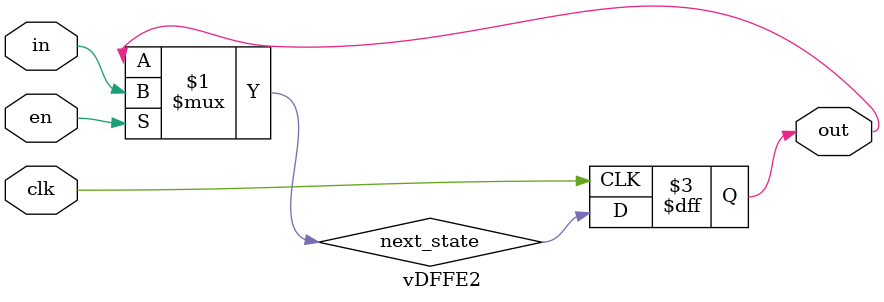
<source format=sv>
module datapath(clk, readnum, vsel, loada, loadb, shift, asel, bsel, ALUop, loadc, loads,
 	writenum, write, mdata, sximm8, sximm5, PC, C, N, V, Z );

	input write, loada, loadb, asel, bsel, loadc, loads, clk;
	input [1:0] vsel;
	input [2:0] readnum, writenum;
	input [1:0] shift, ALUop;

	input [15:0] mdata;
	input [15:0] sximm8; //sign extended 8 bit
	input [7:0] PC;
	input [15:0] sximm5; //sign extended 5 bit
	output [15:0] C; //initializes the inputs and outputs
	output reg N,V,Z; //all of the flags in the status register
	
	reg [15:0] data_in;
	wire [15:0] data_out;

	reg oppsign; //two signals used for overflow detection in the CMP operation
	reg diff;

	wire [15:0] regA;
	wire [15:0] in;
	wire [15:0] sout;
	wire [15:0] Ain;
	wire [15:0] Bin;
	wire Z_in;
	wire [15:0] out;  //internal signals

	always_comb begin

		case(vsel) //updated multiplexer for the extra inputs 
			2'b00 : data_in = C;
 			2'b01 : data_in = {8'b00000000,PC};
			2'b10 : data_in = sximm8;
			2'b11 : data_in = mdata;
			default : data_in = 16'bxxxxxxxxxxxxxxxx;
		endcase
	end
	
	regfile REGFILE(data_in,writenum,write,readnum,clk,data_out); //initializing regfile module

	vDFFE1 #(16) A(clk,loada,data_out,regA); //initializes register for A input to ALU

	vDFFE1 #(16) B(clk,loadb,data_out,in);   //initializes register for B input to ALU

	shifter U1(in,shift,sout); //initializes shifter module

	assign Ain = asel ? {16{1'b0}} : regA; //multiplexer for A

	assign Bin = bsel ? sximm5 : sout; //multiplexer for B

	ALU U2(Ain,Bin,ALUop,out,Zin); //the arithmetic Unit

	vDFFE1 #(16) D(clk,loadc,out,C); //register for output

	vDFFE2 status(clk,loads,Zin,Z); //register for Z
	
always @(posedge clk) begin
	if(ALUop == 2'b01 & loads == 1) begin    //if the ALU is in the CMP instruction
		if(out[15] == 1'b1) begin
			N = 1'b1;		//if the ouptut is signed negative, then the N flag is set
		end 
		else begin
			N = 1'b0;		//else the N flag is set to 0
		end 	

		if(Ain[15] != Bin[15])begin 	//in CMP instruction checks for overflow during subtraction, starting by if the two inputs are opposite sign
			oppsign = 1'b1;
    		end else begin
			oppsign = 1'b0;		//else overflow is not possible
		end
		if(out[15] == Bin[15])begin 	//checks if the output and first operand are different signs
			diff = 1'b1;
    		end else begin
			diff = 1'b0;
		end
		
		if(oppsign && diff)begin //if both of those conditiosn are true, then sets the overflow flag
			V = 1'b1;
    		end else begin		//if either of these conditions are not true, overflow could not occur
			V = 1'b0;
		end
	end
end
endmodule


module vDFFE1(clk, en, in, out); //module for register with load enable
	
	parameter n = 1;
	input clk, en;
	input [n-1:0] in;
	output reg [n-1:0] out;
	wire [n-1:0] next_state;

	assign next_state = en ? in : out;

	always @(posedge clk)
		out = next_state;

endmodule

module vDFFE2(clk, en, in, out); //module for register with load enable
	
	parameter n = 1;
	input clk, en;
	input [n-1:0] in;
	output reg [n-1:0] out;
	wire [n-1:0] next_state;

	assign next_state = en ? in : out;

	always @(posedge clk)
		out = next_state;

endmodule



</source>
